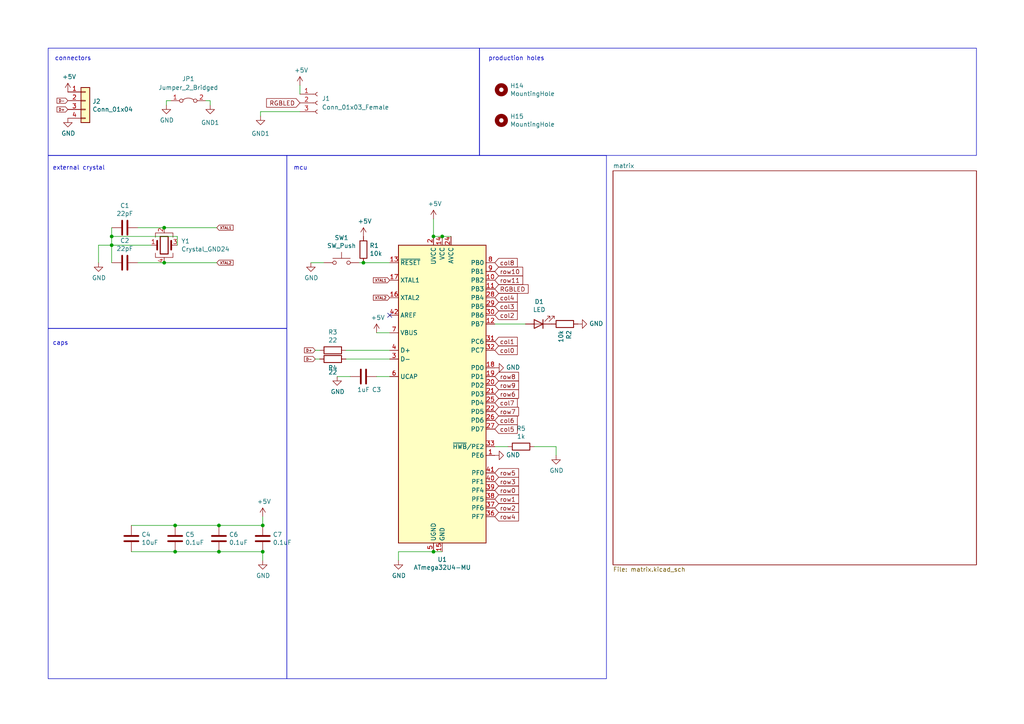
<source format=kicad_sch>
(kicad_sch (version 20230121) (generator eeschema)
  (paper "A4")
  (lib_symbols
    (symbol "Connector:Conn_01x03_Female" (pin_names (offset 1.016) hide)
      (property "Reference" "J" (at 0 5.08 0))
      (property "Value" "Conn_01x03_Female" (at 0 -5.08 0))
      (symbol "Conn_01x03_Female_1_1"
        (arc (start 0 -2.032) (mid -0.5058 -2.54) (end 0 -3.048) (stroke (width 0.1524)))
        (polyline (pts (xy -1.27 -2.54) (xy -0.508 -2.54)) (stroke (width 0.1524)))
        (polyline (pts (xy -1.27 0) (xy -0.508 0)) (stroke (width 0.1524)))
        (polyline (pts (xy -1.27 2.54) (xy -0.508 2.54)) (stroke (width 0.1524)))
        (arc (start 0 0.508) (mid -0.5058 0) (end 0 -0.508) (stroke (width 0.1524)))
        (arc (start 0 3.048) (mid -0.5058 2.54) (end 0 2.032) (stroke (width 0.1524)))
        (pin passive line (at -5.08 2.54 0) (length 3.81) (name "Pin_1") (number "1"))
        (pin passive line (at -5.08 0 0) (length 3.81) (name "Pin_2") (number "2"))
        (pin passive line (at -5.08 -2.54 0) (length 3.81) (name "Pin_3") (number "3"))
      )
    )
    (symbol "Connector_Generic:Conn_01x04" (pin_names (offset 1.016) hide)
      (property "Reference" "J" (at 0 5.08 0))
      (property "Value" "Conn_01x04" (at 0 -7.62 0))
      (symbol "Conn_01x04_1_1"
        (rectangle (start -1.27 -4.953) (end 0 -5.207) (stroke (width 0.1524)))
        (rectangle (start -1.27 -2.413) (end 0 -2.667) (stroke (width 0.1524)))
        (rectangle (start -1.27 0.127) (end 0 -0.127) (stroke (width 0.1524)))
        (rectangle (start -1.27 2.667) (end 0 2.413) (stroke (width 0.1524)))
        (rectangle (start -1.27 3.81) (end 1.27 -6.35) (stroke (width 0.254)) (fill (type background)))
        (pin passive line (at -5.08 2.54 0) (length 3.81) (name "Pin_1") (number "1"))
        (pin passive line (at -5.08 0 0) (length 3.81) (name "Pin_2") (number "2"))
        (pin passive line (at -5.08 -2.54 0) (length 3.81) (name "Pin_3") (number "3"))
        (pin passive line (at -5.08 -5.08 0) (length 3.81) (name "Pin_4") (number "4"))
      )
    )
    (symbol "Device:C" (pin_numbers hide) (pin_names (offset 0.254))
      (property "Reference" "C" (at 0.635 2.54 0))
      (property "Value" "C" (at 0.635 -2.54 0))
      (symbol "C_0_1"
        (polyline (pts (xy -2.032 -0.762) (xy 2.032 -0.762)) (stroke (width 0.508)))
        (polyline (pts (xy -2.032 0.762) (xy 2.032 0.762)) (stroke (width 0.508)))
      )
      (symbol "C_1_1"
        (pin passive line (at 0 3.81 270) (length 2.794) (name "~") (number "1"))
        (pin passive line (at 0 -3.81 90) (length 2.794) (name "~") (number "2"))
      )
    )
    (symbol "Device:Crystal_GND24" (pin_names (offset 1.016) hide)
      (property "Reference" "Y" (at 3.175 5.08 0))
      (property "Value" "Crystal_GND24" (at 3.175 3.175 0))
      (symbol "Crystal_GND24_0_1"
        (rectangle (start -1.143 2.54) (end 1.143 -2.54) (stroke (width 0.3048)))
        (polyline (pts (xy -2.54 0) (xy -2.032 0)))
        (polyline (pts (xy -2.032 -1.27) (xy -2.032 1.27)) (stroke (width 0.508)))
        (polyline (pts (xy 0 -3.81) (xy 0 -3.556)))
        (polyline (pts (xy 0 3.556) (xy 0 3.81)))
        (polyline (pts (xy 2.032 -1.27) (xy 2.032 1.27)) (stroke (width 0.508)))
        (polyline (pts (xy 2.032 0) (xy 2.54 0)))
        (polyline (pts (xy -2.54 -2.286) (xy -2.54 -3.556) (xy 2.54 -3.556) (xy 2.54 -2.286)))
        (polyline (pts (xy -2.54 2.286) (xy -2.54 3.556) (xy 2.54 3.556) (xy 2.54 2.286)))
      )
      (symbol "Crystal_GND24_1_1"
        (pin passive line (at -3.81 0 0) (length 1.27) (name "1") (number "1"))
        (pin passive line (at 0 5.08 270) (length 1.27) (name "2") (number "2"))
        (pin passive line (at 3.81 0 180) (length 1.27) (name "3") (number "3"))
        (pin passive line (at 0 -5.08 90) (length 1.27) (name "4") (number "4"))
      )
    )
    (symbol "Device:LED" (pin_numbers hide) (pin_names (offset 1.016) hide)
      (property "Reference" "D" (at 0 2.54 0))
      (property "Value" "LED" (at 0 -2.54 0))
      (symbol "LED_0_1"
        (polyline (pts (xy -1.27 -1.27) (xy -1.27 1.27)) (stroke (width 0.254)))
        (polyline (pts (xy -1.27 0) (xy 1.27 0)))
        (polyline (pts (xy 1.27 -1.27) (xy 1.27 1.27) (xy -1.27 0) (xy 1.27 -1.27)) (stroke (width 0.254)))
        (polyline (pts (xy -3.048 -0.762) (xy -4.572 -2.286) (xy -3.81 -2.286) (xy -4.572 -2.286) (xy -4.572 -1.524)))
        (polyline (pts (xy -1.778 -0.762) (xy -3.302 -2.286) (xy -2.54 -2.286) (xy -3.302 -2.286) (xy -3.302 -1.524)))
      )
      (symbol "LED_1_1"
        (pin passive line (at -3.81 0 0) (length 2.54) (name "K") (number "1"))
        (pin passive line (at 3.81 0 180) (length 2.54) (name "A") (number "2"))
      )
    )
    (symbol "Device:R" (pin_numbers hide) (pin_names (offset 0))
      (property "Reference" "R" (at 2.032 0 90))
      (property "Value" "R" (at 0 0 90))
      (symbol "R_0_1"
        (rectangle (start -1.016 -2.54) (end 1.016 2.54) (stroke (width 0.254)))
      )
      (symbol "R_1_1"
        (pin passive line (at 0 3.81 270) (length 1.27) (name "~") (number "1"))
        (pin passive line (at 0 -3.81 90) (length 1.27) (name "~") (number "2"))
      )
    )
    (symbol "Jumper:Jumper_2_Bridged" (pin_names (offset 0) hide)
      (property "Reference" "JP" (at 0 1.905 0))
      (property "Value" "Jumper_2_Bridged" (at 0 -2.54 0))
      (symbol "Jumper_2_Bridged_0_0"
        (circle (center -2.032 0) (radius 0.508))
        (circle (center 2.032 0) (radius 0.508))
      )
      (symbol "Jumper_2_Bridged_0_1"
        (arc (start 1.524 0.254) (mid 0 0.762) (end -1.524 0.254))
      )
      (symbol "Jumper_2_Bridged_1_1"
        (pin passive line (at -5.08 0 0) (length 2.54) (name "A") (number "1"))
        (pin passive line (at 5.08 0 180) (length 2.54) (name "B") (number "2"))
      )
    )
    (symbol "MCU_Microchip_ATmega:ATmega32U4-MU"
      (property "Reference" "U" (at -12.7 44.45 0))
      (property "Value" "MCU_Microchip_ATmega_ATmega32U4-MU" (at 2.54 -44.45 0))
      (symbol "ATmega32U4-MU_0_1"
        (rectangle (start -12.7 -43.18) (end 12.7 43.18) (stroke (width 0.254)) (fill (type background)))
      )
      (symbol "ATmega32U4-MU_1_1"
        (pin tri_state line (at 15.24 -17.78 180) (length 2.54) (name "PE6") (number "1"))
        (pin tri_state line (at 15.24 33.02 180) (length 2.54) (name "PB2") (number "10"))
        (pin tri_state line (at 15.24 30.48 180) (length 2.54) (name "PB3") (number "11"))
        (pin tri_state line (at 15.24 20.32 180) (length 2.54) (name "PB7") (number "12"))
        (pin input line (at -15.24 38.1 0) (length 2.54) (name "~{RESET}") (number "13"))
        (pin power_in line (at 0 45.72 270) (length 2.54) (name "VCC") (number "14"))
        (pin power_in line (at 0 -45.72 90) (length 2.54) (name "GND") (number "15"))
        (pin output line (at -15.24 27.94 0) (length 2.54) (name "XTAL2") (number "16"))
        (pin input line (at -15.24 33.02 0) (length 2.54) (name "XTAL1") (number "17"))
        (pin tri_state line (at 15.24 7.62 180) (length 2.54) (name "PD0") (number "18"))
        (pin tri_state line (at 15.24 5.08 180) (length 2.54) (name "PD1") (number "19"))
        (pin power_in line (at -2.54 45.72 270) (length 2.54) (name "UVCC") (number "2"))
        (pin tri_state line (at 15.24 2.54 180) (length 2.54) (name "PD2") (number "20"))
        (pin tri_state line (at 15.24 0 180) (length 2.54) (name "PD3") (number "21"))
        (pin tri_state line (at 15.24 -5.08 180) (length 2.54) (name "PD5") (number "22"))
        (pin passive line (at 0 -45.72 90) (length 2.54) hide (name "GND") (number "23"))
        (pin power_in line (at 2.54 45.72 270) (length 2.54) (name "AVCC") (number "24"))
        (pin tri_state line (at 15.24 -2.54 180) (length 2.54) (name "PD4") (number "25"))
        (pin tri_state line (at 15.24 -7.62 180) (length 2.54) (name "PD6") (number "26"))
        (pin tri_state line (at 15.24 -10.16 180) (length 2.54) (name "PD7") (number "27"))
        (pin tri_state line (at 15.24 27.94 180) (length 2.54) (name "PB4") (number "28"))
        (pin tri_state line (at 15.24 25.4 180) (length 2.54) (name "PB5") (number "29"))
        (pin bidirectional line (at -15.24 10.16 0) (length 2.54) (name "D-") (number "3"))
        (pin tri_state line (at 15.24 22.86 180) (length 2.54) (name "PB6") (number "30"))
        (pin tri_state line (at 15.24 15.24 180) (length 2.54) (name "PC6") (number "31"))
        (pin tri_state line (at 15.24 12.7 180) (length 2.54) (name "PC7") (number "32"))
        (pin tri_state line (at 15.24 -15.24 180) (length 2.54) (name "~{HWB}/PE2") (number "33"))
        (pin passive line (at 0 45.72 270) (length 2.54) hide (name "VCC") (number "34"))
        (pin passive line (at 0 -45.72 90) (length 2.54) hide (name "GND") (number "35"))
        (pin tri_state line (at 15.24 -35.56 180) (length 2.54) (name "PF7") (number "36"))
        (pin tri_state line (at 15.24 -33.02 180) (length 2.54) (name "PF6") (number "37"))
        (pin tri_state line (at 15.24 -30.48 180) (length 2.54) (name "PF5") (number "38"))
        (pin tri_state line (at 15.24 -27.94 180) (length 2.54) (name "PF4") (number "39"))
        (pin bidirectional line (at -15.24 12.7 0) (length 2.54) (name "D+") (number "4"))
        (pin tri_state line (at 15.24 -25.4 180) (length 2.54) (name "PF1") (number "40"))
        (pin tri_state line (at 15.24 -22.86 180) (length 2.54) (name "PF0") (number "41"))
        (pin passive line (at -15.24 22.86 0) (length 2.54) (name "AREF") (number "42"))
        (pin passive line (at 0 -45.72 90) (length 2.54) hide (name "GND") (number "43"))
        (pin passive line (at 2.54 45.72 270) (length 2.54) hide (name "AVCC") (number "44"))
        (pin passive line (at 0 -45.72 90) (length 2.54) hide (name "GND") (number "45"))
        (pin passive line (at -2.54 -45.72 90) (length 2.54) (name "UGND") (number "5"))
        (pin passive line (at -15.24 5.08 0) (length 2.54) (name "UCAP") (number "6"))
        (pin input line (at -15.24 17.78 0) (length 2.54) (name "VBUS") (number "7"))
        (pin tri_state line (at 15.24 38.1 180) (length 2.54) (name "PB0") (number "8"))
        (pin tri_state line (at 15.24 35.56 180) (length 2.54) (name "PB1") (number "9"))
      )
    )
    (symbol "Mechanical:MountingHole" (pin_names (offset 1.016))
      (property "Reference" "H" (at 0 5.08 0))
      (property "Value" "MountingHole" (at 0 3.175 0))
      (symbol "MountingHole_0_1"
        (circle (center 0 0) (radius 1.27) (stroke (width 1.27)))
      )
    )
    (symbol "Switch:SW_Push" (pin_numbers hide) (pin_names (offset 1.016) hide)
      (property "Reference" "SW" (at 1.27 2.54 0))
      (property "Value" "SW_Push" (at 0 -1.524 0))
      (symbol "SW_Push_0_1"
        (circle (center -2.032 0) (radius 0.508))
        (polyline (pts (xy 0 1.27) (xy 0 3.048)))
        (polyline (pts (xy 2.54 1.27) (xy -2.54 1.27)))
        (circle (center 2.032 0) (radius 0.508))
        (pin passive line (at -5.08 0 0) (length 2.54) (name "1") (number "1"))
        (pin passive line (at 5.08 0 180) (length 2.54) (name "2") (number "2"))
      )
    )
    (symbol "power:+5V" (power) (pin_names (offset 0))
      (property "Value" "+5V" (at 0 3.556 0))
      (symbol "+5V_0_1"
        (polyline (pts (xy -0.762 1.27) (xy 0 2.54)))
        (polyline (pts (xy 0 0) (xy 0 2.54)))
        (polyline (pts (xy 0 2.54) (xy 0.762 1.27)))
      )
      (symbol "+5V_1_1"
        (pin power_in line (at 0 0 90) (length 0) hide (name "+5V") (number "1"))
      )
    )
    (symbol "power:GND" (power) (pin_names (offset 0))
      (property "Value" "GND" (at 0 -3.81 0))
      (symbol "GND_0_1"
        (polyline (pts (xy 0 0) (xy 0 -1.27) (xy 1.27 -1.27) (xy 0 -2.54) (xy -1.27 -1.27) (xy 0 -1.27)))
      )
      (symbol "GND_1_1"
        (pin power_in line (at 0 0 270) (length 0) hide (name "GND") (number "1"))
      )
    )
    (symbol "power:GND1" (power) (pin_names (offset 0))
      (property "Value" "GND1" (at 0 -3.81 0))
      (symbol "GND1_0_1"
        (polyline (pts (xy 0 0) (xy 0 -1.27) (xy 1.27 -1.27) (xy 0 -2.54) (xy -1.27 -1.27) (xy 0 -1.27)))
      )
      (symbol "GND1_1_1"
        (pin power_in line (at 0 0 270) (length 0) hide (name "GND1") (number "1"))
      )
    )
  )
  (junction (at 63.5 152.4))
  (junction (at 47.625 66.04))
  (junction (at 125.73 160.02))
  (junction (at 50.8 152.4))
  (junction (at 76.2 152.4))
  (junction (at 105.41 76.2))
  (junction (at 47.625 76.2))
  (junction (at 32.385 71.12))
  (junction (at 128.27 68.58))
  (junction (at 76.2 160.02))
  (junction (at 50.8 160.02))
  (junction (at 125.73 68.58))
  (junction (at 32.385 68.58))
  (junction (at 63.5 160.02))
  (no_connect (at 113.03 91.44))
  (wire (pts (xy 32.385 66.04) (xy 32.385 68.58)))
  (wire (pts (xy 100.33 104.14) (xy 113.03 104.14)))
  (wire (pts (xy 59.69 29.21) (xy 60.96 29.21)))
  (wire (pts (xy 91.44 104.14) (xy 92.71 104.14)))
  (wire (pts (xy 154.94 129.54) (xy 161.29 129.54)))
  (wire (pts (xy 105.41 76.2) (xy 104.14 76.2)))
  (wire (pts (xy 32.385 71.12) (xy 32.385 76.2)))
  (wire (pts (xy 76.2 152.4) (xy 63.5 152.4)))
  (wire (pts (xy 50.8 152.4) (xy 38.1 152.4)))
  (wire (pts (xy 43.815 71.12) (xy 32.385 71.12)))
  (wire (pts (xy 113.03 96.52) (xy 109.22 96.52)))
  (wire (pts (xy 75.565 32.385) (xy 86.995 32.385)))
  (wire (pts (xy 51.435 68.58) (xy 32.385 68.58)))
  (wire (pts (xy 76.2 152.4) (xy 76.2 149.86)))
  (wire (pts (xy 125.73 160.02) (xy 128.27 160.02)))
  (wire (pts (xy 130.81 68.58) (xy 128.27 68.58)))
  (wire (pts (xy 76.2 160.02) (xy 63.5 160.02)))
  (wire (pts (xy 152.4 93.98) (xy 143.51 93.98)))
  (wire (pts (xy 75.565 32.385) (xy 75.565 33.655)))
  (wire (pts (xy 47.625 76.2) (xy 40.005 76.2)))
  (wire (pts (xy 32.385 71.12) (xy 28.575 71.12)))
  (wire (pts (xy 91.44 101.6) (xy 92.71 101.6)))
  (wire (pts (xy 125.73 68.58) (xy 125.73 63.5)))
  (wire (pts (xy 48.26 29.21) (xy 48.26 30.48)))
  (wire (pts (xy 76.2 160.02) (xy 76.2 162.56)))
  (wire (pts (xy 143.51 129.54) (xy 147.32 129.54)))
  (wire (pts (xy 86.995 24.765) (xy 86.995 27.305)))
  (wire (pts (xy 63.5 152.4) (xy 50.8 152.4)))
  (wire (pts (xy 50.8 160.02) (xy 38.1 160.02)))
  (wire (pts (xy 115.57 160.02) (xy 115.57 162.56)))
  (wire (pts (xy 101.6 109.22) (xy 97.79 109.22)))
  (wire (pts (xy 47.625 66.04) (xy 62.865 66.04)))
  (wire (pts (xy 49.53 29.21) (xy 48.26 29.21)))
  (wire (pts (xy 161.29 129.54) (xy 161.29 132.08)))
  (wire (pts (xy 47.625 66.04) (xy 40.005 66.04)))
  (wire (pts (xy 113.03 76.2) (xy 105.41 76.2)))
  (wire (pts (xy 32.385 68.58) (xy 32.385 71.12)))
  (wire (pts (xy 100.33 101.6) (xy 113.03 101.6)))
  (wire (pts (xy 28.575 71.12) (xy 28.575 76.2)))
  (wire (pts (xy 51.435 71.12) (xy 51.435 68.58)))
  (wire (pts (xy 128.27 68.58) (xy 125.73 68.58)))
  (wire (pts (xy 60.96 29.21) (xy 60.96 30.48)))
  (wire (pts (xy 47.625 76.2) (xy 62.865 76.2)))
  (wire (pts (xy 113.03 109.22) (xy 109.22 109.22)))
  (wire (pts (xy 115.57 160.02) (xy 125.73 160.02)))
  (wire (pts (xy 63.5 160.02) (xy 50.8 160.02)))
  (wire (pts (xy 93.98 76.2) (xy 90.17 76.2)))
  (rectangle (start 13.97 95.25) (end 83.185 196.85))
  (rectangle (start 13.97 45.085) (end 83.185 95.25))
  (rectangle (start 83.185 45.085) (end 175.895 196.85))
  (rectangle (start 139.065 13.97) (end 283.21 45.085))
  (rectangle (start 13.97 13.97) (end 139.065 45.085))
  (text "caps\n" (at 15.24 100.33 0) (effects (font (size 1.27 1.27)) (justify left bottom)))
  (text "external crystal\n" (at 15.24 49.53 0) (effects (font (size 1.27 1.27)) (justify left bottom)))
  (text "connectors\n" (at 15.875 17.78 0) (effects (font (size 1.27 1.27)) (justify left bottom)))
  (text "mcu\n" (at 85.09 49.53 0) (effects (font (size 1.27 1.27)) (justify left bottom)))
  (text "production holes\n" (at 141.605 17.78 0) (effects (font (size 1.27 1.27)) (justify left bottom)))
  (global_label "D-" (shape input) (at 19.685 29.21 180) (effects (font (size 0.762 0.762))) (property "Intersheetrefs" "${INTERSHEET_REFS}" (effects hide)))
  (global_label "row6" (shape input) (at 143.51 114.3 0) (property "Intersheetrefs" "${INTERSHEET_REFS}" (effects hide)))
  (global_label "col1" (shape input) (at 143.51 99.06 0) (property "Intersheetrefs" "${INTERSHEET_REFS}" (effects hide)))
  (global_label "row10" (shape input) (at 143.51 78.74 0) (property "Intersheetrefs" "${INTERSHEET_REFS}" (effects hide)))
  (global_label "row9" (shape input) (at 143.51 111.76 0) (property "Intersheetrefs" "${INTERSHEET_REFS}" (effects hide)))
  (global_label "D+" (shape input) (at 19.685 31.75 180) (effects (font (size 0.762 0.762))) (property "Intersheetrefs" "${INTERSHEET_REFS}" (effects hide)))
  (global_label "D-" (shape input) (at 91.44 104.14 180) (effects (font (size 0.762 0.762))) (property "Intersheetrefs" "${INTERSHEET_REFS}" (effects hide)))
  (global_label "XTAL1" (shape input) (at 62.865 66.04 0) (effects (font (size 0.762 0.762))) (property "Intersheetrefs" "${INTERSHEET_REFS}" (effects hide)))
  (global_label "col3" (shape input) (at 143.51 88.9 0) (property "Intersheetrefs" "${INTERSHEET_REFS}" (effects hide)))
  (global_label "row8" (shape input) (at 143.51 109.22 0) (property "Intersheetrefs" "${INTERSHEET_REFS}" (effects hide)))
  (global_label "col7" (shape input) (at 143.51 116.84 0) (property "Intersheetrefs" "${INTERSHEET_REFS}" (effects hide)))
  (global_label "col8" (shape input) (at 143.51 76.2 0) (property "Intersheetrefs" "${INTERSHEET_REFS}" (effects hide)))
  (global_label "RGBLED" (shape input) (at 143.51 83.82 0) (property "Intersheetrefs" "${INTERSHEET_REFS}" (effects hide)))
  (global_label "row4" (shape input) (at 143.51 149.86 0) (property "Intersheetrefs" "${INTERSHEET_REFS}" (effects hide)))
  (global_label "row3" (shape input) (at 143.51 139.7 0) (property "Intersheetrefs" "${INTERSHEET_REFS}" (effects hide)))
  (global_label "col2" (shape input) (at 143.51 91.44 0) (property "Intersheetrefs" "${INTERSHEET_REFS}" (effects hide)))
  (global_label "col0" (shape input) (at 143.51 101.6 0) (property "Intersheetrefs" "${INTERSHEET_REFS}" (effects hide)))
  (global_label "row5" (shape input) (at 143.51 137.16 0) (property "Intersheetrefs" "${INTERSHEET_REFS}" (effects hide)))
  (global_label "row11" (shape input) (at 143.51 81.28 0) (property "Intersheetrefs" "${INTERSHEET_REFS}" (effects hide)))
  (global_label "row2" (shape input) (at 143.51 147.32 0) (property "Intersheetrefs" "${INTERSHEET_REFS}" (effects hide)))
  (global_label "row0" (shape input) (at 143.51 142.24 0) (property "Intersheetrefs" "${INTERSHEET_REFS}" (effects hide)))
  (global_label "XTAL2" (shape input) (at 113.03 86.36 180) (effects (font (size 0.762 0.762))) (property "Intersheetrefs" "${INTERSHEET_REFS}" (effects hide)))
  (global_label "XTAL1" (shape input) (at 113.03 81.28 180) (effects (font (size 0.762 0.762))) (property "Intersheetrefs" "${INTERSHEET_REFS}" (effects hide)))
  (global_label "row7" (shape input) (at 143.51 119.38 0) (property "Intersheetrefs" "${INTERSHEET_REFS}" (effects hide)))
  (global_label "RGBLED" (shape input) (at 86.995 29.845 180) (property "Intersheetrefs" "${INTERSHEET_REFS}" (effects hide)))
  (global_label "row1" (shape input) (at 143.51 144.78 0) (property "Intersheetrefs" "${INTERSHEET_REFS}" (effects hide)))
  (global_label "XTAL2" (shape input) (at 62.865 76.2 0) (effects (font (size 0.762 0.762))) (property "Intersheetrefs" "${INTERSHEET_REFS}" (effects hide)))
  (global_label "col4" (shape input) (at 143.51 86.36 0) (property "Intersheetrefs" "${INTERSHEET_REFS}" (effects hide)))
  (global_label "col6" (shape input) (at 143.51 121.92 0) (property "Intersheetrefs" "${INTERSHEET_REFS}" (effects hide)))
  (global_label "col5" (shape input) (at 143.51 124.46 0) (property "Intersheetrefs" "${INTERSHEET_REFS}" (effects hide)))
  (global_label "D+" (shape input) (at 91.44 101.6 180) (effects (font (size 0.762 0.762))) (property "Intersheetrefs" "${INTERSHEET_REFS}" (effects hide)))
  (symbol (lib_id "Device:Crystal_GND24") (at 47.625 71.12 0) (unit 1)
    (property "Reference" "Y1" (at 52.5526 69.9516 0) (effects (justify left)))
    (property "Value" "Crystal_GND24" (at 52.5526 72.263 0) (effects (justify left)))
    (property "Footprint" "bevin:Crystal_SMD_3225-4Pin_3.2x2.5mm" (effects hide))
  )
  (symbol (lib_id "Device:C") (at 36.195 66.04 270) (unit 1)
    (property "Reference" "C1" (at 36.195 59.6392 90))
    (property "Value" "22pF" (at 36.195 61.9506 90))
    (property "Footprint" "Capacitor_SMD:C_0805_2012Metric" (effects hide))
  )
  (symbol (lib_id "Device:C") (at 36.195 76.2 270) (unit 1)
    (property "Reference" "C2" (at 36.195 69.7992 90))
    (property "Value" "22pF" (at 36.195 72.1106 90))
    (property "Footprint" "Capacitor_SMD:C_0805_2012Metric" (effects hide))
  )
  (symbol (lib_id "power:GND") (at 28.575 76.2 0) (unit 1)
    (property "Reference" "#PWR010" (effects hide))
    (property "Value" "GND" (at 28.702 80.5942 0))
  )
  (symbol (lib_id "Device:C") (at 38.1 156.21 180) (unit 1)
    (property "Reference" "C4" (at 41.021 155.0416 0) (effects (justify right)))
    (property "Value" "10uF" (at 41.021 157.353 0) (effects (justify right)))
    (property "Footprint" "Capacitor_SMD:C_0805_2012Metric" (effects hide))
  )
  (symbol (lib_id "Device:C") (at 50.8 156.21 180) (unit 1)
    (property "Reference" "C5" (at 53.721 155.0416 0) (effects (justify right)))
    (property "Value" "0.1uF" (at 53.721 157.353 0) (effects (justify right)))
    (property "Footprint" "Capacitor_SMD:C_0805_2012Metric" (effects hide))
  )
  (symbol (lib_id "Device:C") (at 63.5 156.21 180) (unit 1)
    (property "Reference" "C6" (at 66.421 155.0416 0) (effects (justify right)))
    (property "Value" "0.1uF" (at 66.421 157.353 0) (effects (justify right)))
    (property "Footprint" "Capacitor_SMD:C_0805_2012Metric" (effects hide))
  )
  (symbol (lib_id "Device:C") (at 76.2 156.21 180) (unit 1)
    (property "Reference" "C7" (at 79.121 155.0416 0) (effects (justify right)))
    (property "Value" "0.1uF" (at 79.121 157.353 0) (effects (justify right)))
    (property "Footprint" "Capacitor_SMD:C_0805_2012Metric" (effects hide))
  )
  (symbol (lib_id "power:+5V") (at 76.2 149.86 0) (unit 1)
    (property "Reference" "#PWR012" (effects hide))
    (property "Value" "+5V" (at 76.581 145.4658 0))
  )
  (symbol (lib_id "power:GND") (at 76.2 162.56 0) (unit 1)
    (property "Reference" "#PWR014" (effects hide))
    (property "Value" "GND" (at 76.327 166.9542 0))
  )
  (symbol (lib_id "power:GND") (at 90.17 76.2 0) (unit 1)
    (property "Reference" "#PWR07" (effects hide))
    (property "Value" "GND" (at 90.297 80.5942 0))
  )
  (symbol (lib_id "Device:R") (at 105.41 72.39 0) (unit 1)
    (property "Reference" "R1" (at 107.188 71.2216 0) (effects (justify left)))
    (property "Value" "10k" (at 107.188 73.533 0) (effects (justify left)))
    (property "Footprint" "Resistor_SMD:R_0805_2012Metric" (effects hide))
  )
  (symbol (lib_id "power:+5V") (at 105.41 68.58 0) (unit 1)
    (property "Reference" "#PWR06" (effects hide))
    (property "Value" "+5V" (at 105.791 64.1858 0))
  )
  (symbol (lib_id "power:+5V") (at 125.73 63.5 0) (unit 1)
    (property "Reference" "#PWR05" (effects hide))
    (property "Value" "+5V" (at 126.111 59.1058 0))
  )
  (symbol (lib_id "Switch:SW_Push") (at 99.06 76.2 0) (unit 1)
    (property "Reference" "SW1" (at 99.06 68.961 0))
    (property "Value" "SW_Push" (at 99.06 71.2724 0))
    (property "Footprint" "Button_Switch_SMD:SW_SPST_TL3342" (effects hide))
  )
  (symbol (lib_id "power:GND") (at 115.57 162.56 0) (unit 1)
    (property "Reference" "#PWR015" (effects hide))
    (property "Value" "GND" (at 115.697 166.9542 0))
  )
  (symbol (lib_id "power:+5V") (at 109.22 96.52 0) (unit 1)
    (property "Reference" "#PWR09" (effects hide))
    (property "Value" "+5V" (at 109.601 92.1258 0))
  )
  (symbol (lib_id "Device:C") (at 105.41 109.22 270) (unit 1)
    (property "Reference" "C3" (at 109.22 113.03 90))
    (property "Value" "1uF" (at 105.41 113.03 90))
    (property "Footprint" "Capacitor_SMD:C_0805_2012Metric" (effects hide))
  )
  (symbol (lib_id "power:GND") (at 97.79 109.22 0) (unit 1)
    (property "Reference" "#PWR011" (effects hide))
    (property "Value" "GND" (at 97.917 113.6142 0))
  )
  (symbol (lib_id "Connector_Generic:Conn_01x04") (at 24.765 29.21 0) (unit 1)
    (property "Reference" "J2" (at 26.797 29.4132 0) (effects (justify left)))
    (property "Value" "Conn_01x04" (at 26.797 31.7246 0) (effects (justify left)))
    (property "Footprint" "parts:JST-SR-4" (effects hide))
  )
  (symbol (lib_id "power:GND") (at 19.685 34.29 0) (unit 1)
    (property "Reference" "#PWR04" (effects hide))
    (property "Value" "GND" (at 19.812 38.6842 0))
  )
  (symbol (lib_id "Device:R") (at 96.52 101.6 270) (unit 1)
    (property "Reference" "R3" (at 96.52 96.3422 90))
    (property "Value" "22" (at 96.52 98.6536 90))
    (property "Footprint" "Resistor_SMD:R_0603_1608Metric" (effects hide))
  )
  (symbol (lib_id "Device:R") (at 96.52 104.14 270) (unit 1)
    (property "Reference" "R4" (at 96.52 106.68 90))
    (property "Value" "22" (at 96.52 107.95 90))
    (property "Footprint" "Resistor_SMD:R_0603_1608Metric" (effects hide))
  )
  (symbol (lib_id "Device:R") (at 151.13 129.54 270) (unit 1)
    (property "Reference" "R5" (at 151.13 124.2822 90))
    (property "Value" "1k" (at 151.13 126.5936 90))
    (property "Footprint" "Resistor_SMD:R_0805_2012Metric" (effects hide))
  )
  (symbol (lib_id "power:GND") (at 161.29 132.08 0) (unit 1)
    (property "Reference" "#PWR013" (effects hide))
    (property "Value" "GND" (at 161.417 136.4742 0))
  )
  (symbol (lib_id "MCU_Microchip_ATmega:ATmega32U4-MU") (at 128.27 114.3 0) (unit 1)
    (property "Reference" "U1" (at 128.27 162.2806 0))
    (property "Value" "ATmega32U4-MU" (at 128.27 164.592 0))
    (property "Footprint" "Package_DFN_QFN:QFN-44-1EP_7x7mm_P0.5mm_EP5.2x5.2mm" (effects hide))
    (property "Datasheet" "http://ww1.microchip.com/downloads/en/DeviceDoc/Atmel-7766-8-bit-AVR-ATmega16U4-32U4_Datasheet.pdf" (effects hide))
  )
  (symbol (lib_id "Mechanical:MountingHole") (at 145.415 26.035 0) (unit 1)
    (property "Reference" "H14" (at 147.955 24.8666 0) (effects (justify left)))
    (property "Value" "MountingHole" (at 147.955 27.178 0) (effects (justify left)))
    (property "Footprint" "art:xcalla" (effects hide))
  )
  (symbol (lib_id "Mechanical:MountingHole") (at 145.415 34.925 0) (unit 1)
    (property "Reference" "H15" (at 147.955 33.7566 0) (effects (justify left)))
    (property "Value" "MountingHole" (at 147.955 36.068 0) (effects (justify left)))
    (property "Footprint" "art:text" (effects hide))
  )
  (symbol (lib_id "power:+5V") (at 86.995 24.765 0) (unit 1)
    (property "Reference" "#PWR01" (effects hide))
    (property "Value" "+5V" (at 87.376 20.3708 0))
  )
  (symbol (lib_id "power:+5V") (at 19.685 26.67 0) (unit 1)
    (property "Reference" "#PWR02" (effects hide))
    (property "Value" "+5V" (at 20.066 22.2758 0))
  )
  (symbol (lib_id "Device:LED") (at 156.21 93.98 180) (unit 1)
    (property "Reference" "D1" (at 156.3878 87.503 0))
    (property "Value" "LED" (at 156.3878 89.8144 0))
    (property "Footprint" "parts:LED_D3.0mm-Pretty" (effects hide))
  )
  (symbol (lib_id "Device:R") (at 163.83 93.98 270) (unit 1)
    (property "Reference" "R2" (at 164.9984 95.758 0) (effects (justify left)))
    (property "Value" "10k" (at 162.687 95.758 0) (effects (justify left)))
    (property "Footprint" "Resistor_SMD:R_0805_2012Metric" (effects hide))
  )
  (symbol (lib_id "power:GND") (at 167.64 93.98 90) (unit 1)
    (property "Reference" "#PWR08" (effects hide))
    (property "Value" "GND" (at 170.8912 93.853 90) (effects (justify right)))
  )
  (symbol (lib_id "power:GND1") (at 60.96 30.48 0) (unit 1)
    (property "Reference" "#PWR0105" (effects hide))
    (property "Value" "GND1" (at 60.96 35.56 0))
  )
  (symbol (lib_id "power:GND") (at 48.26 30.48 0) (unit 1)
    (property "Reference" "#PWR0104" (effects hide))
    (property "Value" "GND" (at 48.387 34.8742 0))
  )
  (symbol (lib_id "power:GND") (at 143.51 132.08 90) (unit 1)
    (property "Reference" "#PWR0103" (effects hide))
    (property "Value" "GND" (at 146.7612 131.953 90) (effects (justify right)))
  )
  (symbol (lib_id "power:GND") (at 143.51 106.68 90) (unit 1)
    (property "Reference" "#PWR0102" (effects hide))
    (property "Value" "GND" (at 146.7612 106.553 90) (effects (justify right)))
  )
  (symbol (lib_id "Jumper:Jumper_2_Bridged") (at 54.61 29.21 0) (unit 1)
    (property "Reference" "JP1" (at 54.61 22.86 0))
    (property "Value" "Jumper_2_Bridged" (at 54.61 25.4 0))
    (property "Footprint" "NetTie:NetTie-2_SMD_Pad0.5mm" (effects hide))
  )
  (symbol (lib_id "Connector:Conn_01x03_Female") (at 92.075 29.845 0) (unit 1)
    (property "Reference" "J1" (at 93.345 28.5749 0) (effects (justify left)))
    (property "Value" "Conn_01x03_Female" (at 93.345 31.1149 0) (effects (justify left)))
    (property "Footprint" "Connector_PinSocket_2.54mm:PinSocket_1x03_P2.54mm_Vertical" (effects hide))
  )
  (symbol (lib_id "power:GND1") (at 75.565 33.655 0) (unit 1)
    (property "Reference" "#PWR0101" (effects hide))
    (property "Value" "GND1" (at 75.565 38.735 0))
  )
  (sheet (at 177.8 49.53) (size 105.41 114.3)
    (property "Sheetname" "matrix" (at 177.8 48.8184 0) (effects (justify left bottom)))
    (property "Sheetfile" "matrix.kicad_sch" (at 177.8 164.4146 0) (effects (justify left top)))
  )
)
</source>
